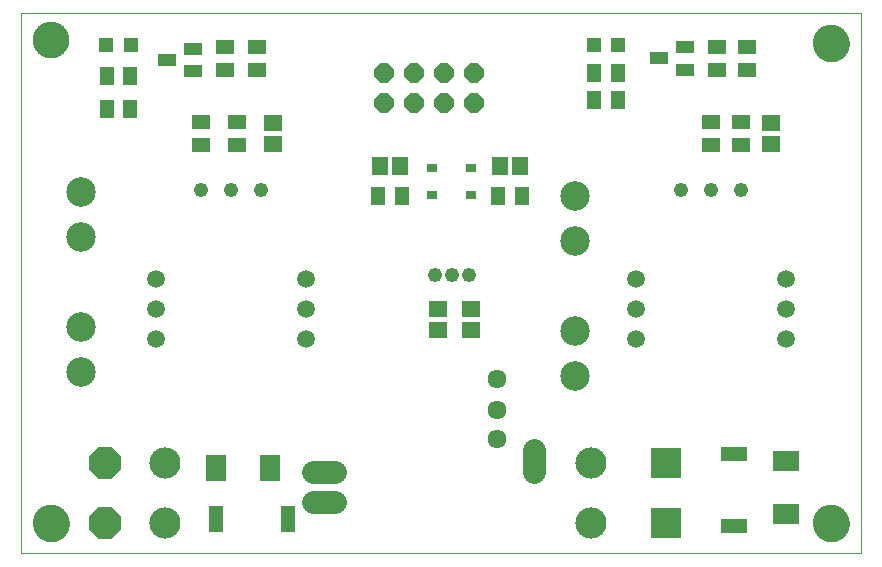
<source format=gts>
G75*
%MOIN*%
%OFA0B0*%
%FSLAX25Y25*%
%IPPOS*%
%LPD*%
%AMOC8*
5,1,8,0,0,1.08239X$1,22.5*
%
%ADD10C,0.00000*%
%ADD11C,0.12211*%
%ADD12R,0.06306X0.05518*%
%ADD13C,0.06337*%
%ADD14C,0.09849*%
%ADD15R,0.04731X0.05912*%
%ADD16R,0.05912X0.04731*%
%ADD17R,0.05124X0.05124*%
%ADD18C,0.04900*%
%ADD19R,0.08668X0.06699*%
%ADD20R,0.06699X0.08668*%
%ADD21R,0.05912X0.04337*%
%ADD22OC8,0.06337*%
%ADD23C,0.07800*%
%ADD24R,0.04600X0.09000*%
%ADD25R,0.09000X0.04600*%
%ADD26C,0.10400*%
%ADD27OC8,0.10400*%
%ADD28R,0.10400X0.10400*%
%ADD29C,0.05943*%
%ADD30C,0.04762*%
%ADD31R,0.05518X0.06306*%
%ADD32R,0.03668X0.02880*%
D10*
X0001000Y0023933D02*
X0001000Y0203933D01*
X0281000Y0203933D01*
X0281000Y0023933D01*
X0001000Y0023933D01*
X0005094Y0033933D02*
X0005096Y0034086D01*
X0005102Y0034240D01*
X0005112Y0034393D01*
X0005126Y0034545D01*
X0005144Y0034698D01*
X0005166Y0034849D01*
X0005191Y0035000D01*
X0005221Y0035151D01*
X0005255Y0035301D01*
X0005292Y0035449D01*
X0005333Y0035597D01*
X0005378Y0035743D01*
X0005427Y0035889D01*
X0005480Y0036033D01*
X0005536Y0036175D01*
X0005596Y0036316D01*
X0005660Y0036456D01*
X0005727Y0036594D01*
X0005798Y0036730D01*
X0005873Y0036864D01*
X0005950Y0036996D01*
X0006032Y0037126D01*
X0006116Y0037254D01*
X0006204Y0037380D01*
X0006295Y0037503D01*
X0006389Y0037624D01*
X0006487Y0037742D01*
X0006587Y0037858D01*
X0006691Y0037971D01*
X0006797Y0038082D01*
X0006906Y0038190D01*
X0007018Y0038295D01*
X0007132Y0038396D01*
X0007250Y0038495D01*
X0007369Y0038591D01*
X0007491Y0038684D01*
X0007616Y0038773D01*
X0007743Y0038860D01*
X0007872Y0038942D01*
X0008003Y0039022D01*
X0008136Y0039098D01*
X0008271Y0039171D01*
X0008408Y0039240D01*
X0008547Y0039305D01*
X0008687Y0039367D01*
X0008829Y0039425D01*
X0008972Y0039480D01*
X0009117Y0039531D01*
X0009263Y0039578D01*
X0009410Y0039621D01*
X0009558Y0039660D01*
X0009707Y0039696D01*
X0009857Y0039727D01*
X0010008Y0039755D01*
X0010159Y0039779D01*
X0010312Y0039799D01*
X0010464Y0039815D01*
X0010617Y0039827D01*
X0010770Y0039835D01*
X0010923Y0039839D01*
X0011077Y0039839D01*
X0011230Y0039835D01*
X0011383Y0039827D01*
X0011536Y0039815D01*
X0011688Y0039799D01*
X0011841Y0039779D01*
X0011992Y0039755D01*
X0012143Y0039727D01*
X0012293Y0039696D01*
X0012442Y0039660D01*
X0012590Y0039621D01*
X0012737Y0039578D01*
X0012883Y0039531D01*
X0013028Y0039480D01*
X0013171Y0039425D01*
X0013313Y0039367D01*
X0013453Y0039305D01*
X0013592Y0039240D01*
X0013729Y0039171D01*
X0013864Y0039098D01*
X0013997Y0039022D01*
X0014128Y0038942D01*
X0014257Y0038860D01*
X0014384Y0038773D01*
X0014509Y0038684D01*
X0014631Y0038591D01*
X0014750Y0038495D01*
X0014868Y0038396D01*
X0014982Y0038295D01*
X0015094Y0038190D01*
X0015203Y0038082D01*
X0015309Y0037971D01*
X0015413Y0037858D01*
X0015513Y0037742D01*
X0015611Y0037624D01*
X0015705Y0037503D01*
X0015796Y0037380D01*
X0015884Y0037254D01*
X0015968Y0037126D01*
X0016050Y0036996D01*
X0016127Y0036864D01*
X0016202Y0036730D01*
X0016273Y0036594D01*
X0016340Y0036456D01*
X0016404Y0036316D01*
X0016464Y0036175D01*
X0016520Y0036033D01*
X0016573Y0035889D01*
X0016622Y0035743D01*
X0016667Y0035597D01*
X0016708Y0035449D01*
X0016745Y0035301D01*
X0016779Y0035151D01*
X0016809Y0035000D01*
X0016834Y0034849D01*
X0016856Y0034698D01*
X0016874Y0034545D01*
X0016888Y0034393D01*
X0016898Y0034240D01*
X0016904Y0034086D01*
X0016906Y0033933D01*
X0016904Y0033780D01*
X0016898Y0033626D01*
X0016888Y0033473D01*
X0016874Y0033321D01*
X0016856Y0033168D01*
X0016834Y0033017D01*
X0016809Y0032866D01*
X0016779Y0032715D01*
X0016745Y0032565D01*
X0016708Y0032417D01*
X0016667Y0032269D01*
X0016622Y0032123D01*
X0016573Y0031977D01*
X0016520Y0031833D01*
X0016464Y0031691D01*
X0016404Y0031550D01*
X0016340Y0031410D01*
X0016273Y0031272D01*
X0016202Y0031136D01*
X0016127Y0031002D01*
X0016050Y0030870D01*
X0015968Y0030740D01*
X0015884Y0030612D01*
X0015796Y0030486D01*
X0015705Y0030363D01*
X0015611Y0030242D01*
X0015513Y0030124D01*
X0015413Y0030008D01*
X0015309Y0029895D01*
X0015203Y0029784D01*
X0015094Y0029676D01*
X0014982Y0029571D01*
X0014868Y0029470D01*
X0014750Y0029371D01*
X0014631Y0029275D01*
X0014509Y0029182D01*
X0014384Y0029093D01*
X0014257Y0029006D01*
X0014128Y0028924D01*
X0013997Y0028844D01*
X0013864Y0028768D01*
X0013729Y0028695D01*
X0013592Y0028626D01*
X0013453Y0028561D01*
X0013313Y0028499D01*
X0013171Y0028441D01*
X0013028Y0028386D01*
X0012883Y0028335D01*
X0012737Y0028288D01*
X0012590Y0028245D01*
X0012442Y0028206D01*
X0012293Y0028170D01*
X0012143Y0028139D01*
X0011992Y0028111D01*
X0011841Y0028087D01*
X0011688Y0028067D01*
X0011536Y0028051D01*
X0011383Y0028039D01*
X0011230Y0028031D01*
X0011077Y0028027D01*
X0010923Y0028027D01*
X0010770Y0028031D01*
X0010617Y0028039D01*
X0010464Y0028051D01*
X0010312Y0028067D01*
X0010159Y0028087D01*
X0010008Y0028111D01*
X0009857Y0028139D01*
X0009707Y0028170D01*
X0009558Y0028206D01*
X0009410Y0028245D01*
X0009263Y0028288D01*
X0009117Y0028335D01*
X0008972Y0028386D01*
X0008829Y0028441D01*
X0008687Y0028499D01*
X0008547Y0028561D01*
X0008408Y0028626D01*
X0008271Y0028695D01*
X0008136Y0028768D01*
X0008003Y0028844D01*
X0007872Y0028924D01*
X0007743Y0029006D01*
X0007616Y0029093D01*
X0007491Y0029182D01*
X0007369Y0029275D01*
X0007250Y0029371D01*
X0007132Y0029470D01*
X0007018Y0029571D01*
X0006906Y0029676D01*
X0006797Y0029784D01*
X0006691Y0029895D01*
X0006587Y0030008D01*
X0006487Y0030124D01*
X0006389Y0030242D01*
X0006295Y0030363D01*
X0006204Y0030486D01*
X0006116Y0030612D01*
X0006032Y0030740D01*
X0005950Y0030870D01*
X0005873Y0031002D01*
X0005798Y0031136D01*
X0005727Y0031272D01*
X0005660Y0031410D01*
X0005596Y0031550D01*
X0005536Y0031691D01*
X0005480Y0031833D01*
X0005427Y0031977D01*
X0005378Y0032123D01*
X0005333Y0032269D01*
X0005292Y0032417D01*
X0005255Y0032565D01*
X0005221Y0032715D01*
X0005191Y0032866D01*
X0005166Y0033017D01*
X0005144Y0033168D01*
X0005126Y0033321D01*
X0005112Y0033473D01*
X0005102Y0033626D01*
X0005096Y0033780D01*
X0005094Y0033933D01*
X0265094Y0033933D02*
X0265096Y0034086D01*
X0265102Y0034240D01*
X0265112Y0034393D01*
X0265126Y0034545D01*
X0265144Y0034698D01*
X0265166Y0034849D01*
X0265191Y0035000D01*
X0265221Y0035151D01*
X0265255Y0035301D01*
X0265292Y0035449D01*
X0265333Y0035597D01*
X0265378Y0035743D01*
X0265427Y0035889D01*
X0265480Y0036033D01*
X0265536Y0036175D01*
X0265596Y0036316D01*
X0265660Y0036456D01*
X0265727Y0036594D01*
X0265798Y0036730D01*
X0265873Y0036864D01*
X0265950Y0036996D01*
X0266032Y0037126D01*
X0266116Y0037254D01*
X0266204Y0037380D01*
X0266295Y0037503D01*
X0266389Y0037624D01*
X0266487Y0037742D01*
X0266587Y0037858D01*
X0266691Y0037971D01*
X0266797Y0038082D01*
X0266906Y0038190D01*
X0267018Y0038295D01*
X0267132Y0038396D01*
X0267250Y0038495D01*
X0267369Y0038591D01*
X0267491Y0038684D01*
X0267616Y0038773D01*
X0267743Y0038860D01*
X0267872Y0038942D01*
X0268003Y0039022D01*
X0268136Y0039098D01*
X0268271Y0039171D01*
X0268408Y0039240D01*
X0268547Y0039305D01*
X0268687Y0039367D01*
X0268829Y0039425D01*
X0268972Y0039480D01*
X0269117Y0039531D01*
X0269263Y0039578D01*
X0269410Y0039621D01*
X0269558Y0039660D01*
X0269707Y0039696D01*
X0269857Y0039727D01*
X0270008Y0039755D01*
X0270159Y0039779D01*
X0270312Y0039799D01*
X0270464Y0039815D01*
X0270617Y0039827D01*
X0270770Y0039835D01*
X0270923Y0039839D01*
X0271077Y0039839D01*
X0271230Y0039835D01*
X0271383Y0039827D01*
X0271536Y0039815D01*
X0271688Y0039799D01*
X0271841Y0039779D01*
X0271992Y0039755D01*
X0272143Y0039727D01*
X0272293Y0039696D01*
X0272442Y0039660D01*
X0272590Y0039621D01*
X0272737Y0039578D01*
X0272883Y0039531D01*
X0273028Y0039480D01*
X0273171Y0039425D01*
X0273313Y0039367D01*
X0273453Y0039305D01*
X0273592Y0039240D01*
X0273729Y0039171D01*
X0273864Y0039098D01*
X0273997Y0039022D01*
X0274128Y0038942D01*
X0274257Y0038860D01*
X0274384Y0038773D01*
X0274509Y0038684D01*
X0274631Y0038591D01*
X0274750Y0038495D01*
X0274868Y0038396D01*
X0274982Y0038295D01*
X0275094Y0038190D01*
X0275203Y0038082D01*
X0275309Y0037971D01*
X0275413Y0037858D01*
X0275513Y0037742D01*
X0275611Y0037624D01*
X0275705Y0037503D01*
X0275796Y0037380D01*
X0275884Y0037254D01*
X0275968Y0037126D01*
X0276050Y0036996D01*
X0276127Y0036864D01*
X0276202Y0036730D01*
X0276273Y0036594D01*
X0276340Y0036456D01*
X0276404Y0036316D01*
X0276464Y0036175D01*
X0276520Y0036033D01*
X0276573Y0035889D01*
X0276622Y0035743D01*
X0276667Y0035597D01*
X0276708Y0035449D01*
X0276745Y0035301D01*
X0276779Y0035151D01*
X0276809Y0035000D01*
X0276834Y0034849D01*
X0276856Y0034698D01*
X0276874Y0034545D01*
X0276888Y0034393D01*
X0276898Y0034240D01*
X0276904Y0034086D01*
X0276906Y0033933D01*
X0276904Y0033780D01*
X0276898Y0033626D01*
X0276888Y0033473D01*
X0276874Y0033321D01*
X0276856Y0033168D01*
X0276834Y0033017D01*
X0276809Y0032866D01*
X0276779Y0032715D01*
X0276745Y0032565D01*
X0276708Y0032417D01*
X0276667Y0032269D01*
X0276622Y0032123D01*
X0276573Y0031977D01*
X0276520Y0031833D01*
X0276464Y0031691D01*
X0276404Y0031550D01*
X0276340Y0031410D01*
X0276273Y0031272D01*
X0276202Y0031136D01*
X0276127Y0031002D01*
X0276050Y0030870D01*
X0275968Y0030740D01*
X0275884Y0030612D01*
X0275796Y0030486D01*
X0275705Y0030363D01*
X0275611Y0030242D01*
X0275513Y0030124D01*
X0275413Y0030008D01*
X0275309Y0029895D01*
X0275203Y0029784D01*
X0275094Y0029676D01*
X0274982Y0029571D01*
X0274868Y0029470D01*
X0274750Y0029371D01*
X0274631Y0029275D01*
X0274509Y0029182D01*
X0274384Y0029093D01*
X0274257Y0029006D01*
X0274128Y0028924D01*
X0273997Y0028844D01*
X0273864Y0028768D01*
X0273729Y0028695D01*
X0273592Y0028626D01*
X0273453Y0028561D01*
X0273313Y0028499D01*
X0273171Y0028441D01*
X0273028Y0028386D01*
X0272883Y0028335D01*
X0272737Y0028288D01*
X0272590Y0028245D01*
X0272442Y0028206D01*
X0272293Y0028170D01*
X0272143Y0028139D01*
X0271992Y0028111D01*
X0271841Y0028087D01*
X0271688Y0028067D01*
X0271536Y0028051D01*
X0271383Y0028039D01*
X0271230Y0028031D01*
X0271077Y0028027D01*
X0270923Y0028027D01*
X0270770Y0028031D01*
X0270617Y0028039D01*
X0270464Y0028051D01*
X0270312Y0028067D01*
X0270159Y0028087D01*
X0270008Y0028111D01*
X0269857Y0028139D01*
X0269707Y0028170D01*
X0269558Y0028206D01*
X0269410Y0028245D01*
X0269263Y0028288D01*
X0269117Y0028335D01*
X0268972Y0028386D01*
X0268829Y0028441D01*
X0268687Y0028499D01*
X0268547Y0028561D01*
X0268408Y0028626D01*
X0268271Y0028695D01*
X0268136Y0028768D01*
X0268003Y0028844D01*
X0267872Y0028924D01*
X0267743Y0029006D01*
X0267616Y0029093D01*
X0267491Y0029182D01*
X0267369Y0029275D01*
X0267250Y0029371D01*
X0267132Y0029470D01*
X0267018Y0029571D01*
X0266906Y0029676D01*
X0266797Y0029784D01*
X0266691Y0029895D01*
X0266587Y0030008D01*
X0266487Y0030124D01*
X0266389Y0030242D01*
X0266295Y0030363D01*
X0266204Y0030486D01*
X0266116Y0030612D01*
X0266032Y0030740D01*
X0265950Y0030870D01*
X0265873Y0031002D01*
X0265798Y0031136D01*
X0265727Y0031272D01*
X0265660Y0031410D01*
X0265596Y0031550D01*
X0265536Y0031691D01*
X0265480Y0031833D01*
X0265427Y0031977D01*
X0265378Y0032123D01*
X0265333Y0032269D01*
X0265292Y0032417D01*
X0265255Y0032565D01*
X0265221Y0032715D01*
X0265191Y0032866D01*
X0265166Y0033017D01*
X0265144Y0033168D01*
X0265126Y0033321D01*
X0265112Y0033473D01*
X0265102Y0033626D01*
X0265096Y0033780D01*
X0265094Y0033933D01*
X0265094Y0193933D02*
X0265096Y0194086D01*
X0265102Y0194240D01*
X0265112Y0194393D01*
X0265126Y0194545D01*
X0265144Y0194698D01*
X0265166Y0194849D01*
X0265191Y0195000D01*
X0265221Y0195151D01*
X0265255Y0195301D01*
X0265292Y0195449D01*
X0265333Y0195597D01*
X0265378Y0195743D01*
X0265427Y0195889D01*
X0265480Y0196033D01*
X0265536Y0196175D01*
X0265596Y0196316D01*
X0265660Y0196456D01*
X0265727Y0196594D01*
X0265798Y0196730D01*
X0265873Y0196864D01*
X0265950Y0196996D01*
X0266032Y0197126D01*
X0266116Y0197254D01*
X0266204Y0197380D01*
X0266295Y0197503D01*
X0266389Y0197624D01*
X0266487Y0197742D01*
X0266587Y0197858D01*
X0266691Y0197971D01*
X0266797Y0198082D01*
X0266906Y0198190D01*
X0267018Y0198295D01*
X0267132Y0198396D01*
X0267250Y0198495D01*
X0267369Y0198591D01*
X0267491Y0198684D01*
X0267616Y0198773D01*
X0267743Y0198860D01*
X0267872Y0198942D01*
X0268003Y0199022D01*
X0268136Y0199098D01*
X0268271Y0199171D01*
X0268408Y0199240D01*
X0268547Y0199305D01*
X0268687Y0199367D01*
X0268829Y0199425D01*
X0268972Y0199480D01*
X0269117Y0199531D01*
X0269263Y0199578D01*
X0269410Y0199621D01*
X0269558Y0199660D01*
X0269707Y0199696D01*
X0269857Y0199727D01*
X0270008Y0199755D01*
X0270159Y0199779D01*
X0270312Y0199799D01*
X0270464Y0199815D01*
X0270617Y0199827D01*
X0270770Y0199835D01*
X0270923Y0199839D01*
X0271077Y0199839D01*
X0271230Y0199835D01*
X0271383Y0199827D01*
X0271536Y0199815D01*
X0271688Y0199799D01*
X0271841Y0199779D01*
X0271992Y0199755D01*
X0272143Y0199727D01*
X0272293Y0199696D01*
X0272442Y0199660D01*
X0272590Y0199621D01*
X0272737Y0199578D01*
X0272883Y0199531D01*
X0273028Y0199480D01*
X0273171Y0199425D01*
X0273313Y0199367D01*
X0273453Y0199305D01*
X0273592Y0199240D01*
X0273729Y0199171D01*
X0273864Y0199098D01*
X0273997Y0199022D01*
X0274128Y0198942D01*
X0274257Y0198860D01*
X0274384Y0198773D01*
X0274509Y0198684D01*
X0274631Y0198591D01*
X0274750Y0198495D01*
X0274868Y0198396D01*
X0274982Y0198295D01*
X0275094Y0198190D01*
X0275203Y0198082D01*
X0275309Y0197971D01*
X0275413Y0197858D01*
X0275513Y0197742D01*
X0275611Y0197624D01*
X0275705Y0197503D01*
X0275796Y0197380D01*
X0275884Y0197254D01*
X0275968Y0197126D01*
X0276050Y0196996D01*
X0276127Y0196864D01*
X0276202Y0196730D01*
X0276273Y0196594D01*
X0276340Y0196456D01*
X0276404Y0196316D01*
X0276464Y0196175D01*
X0276520Y0196033D01*
X0276573Y0195889D01*
X0276622Y0195743D01*
X0276667Y0195597D01*
X0276708Y0195449D01*
X0276745Y0195301D01*
X0276779Y0195151D01*
X0276809Y0195000D01*
X0276834Y0194849D01*
X0276856Y0194698D01*
X0276874Y0194545D01*
X0276888Y0194393D01*
X0276898Y0194240D01*
X0276904Y0194086D01*
X0276906Y0193933D01*
X0276904Y0193780D01*
X0276898Y0193626D01*
X0276888Y0193473D01*
X0276874Y0193321D01*
X0276856Y0193168D01*
X0276834Y0193017D01*
X0276809Y0192866D01*
X0276779Y0192715D01*
X0276745Y0192565D01*
X0276708Y0192417D01*
X0276667Y0192269D01*
X0276622Y0192123D01*
X0276573Y0191977D01*
X0276520Y0191833D01*
X0276464Y0191691D01*
X0276404Y0191550D01*
X0276340Y0191410D01*
X0276273Y0191272D01*
X0276202Y0191136D01*
X0276127Y0191002D01*
X0276050Y0190870D01*
X0275968Y0190740D01*
X0275884Y0190612D01*
X0275796Y0190486D01*
X0275705Y0190363D01*
X0275611Y0190242D01*
X0275513Y0190124D01*
X0275413Y0190008D01*
X0275309Y0189895D01*
X0275203Y0189784D01*
X0275094Y0189676D01*
X0274982Y0189571D01*
X0274868Y0189470D01*
X0274750Y0189371D01*
X0274631Y0189275D01*
X0274509Y0189182D01*
X0274384Y0189093D01*
X0274257Y0189006D01*
X0274128Y0188924D01*
X0273997Y0188844D01*
X0273864Y0188768D01*
X0273729Y0188695D01*
X0273592Y0188626D01*
X0273453Y0188561D01*
X0273313Y0188499D01*
X0273171Y0188441D01*
X0273028Y0188386D01*
X0272883Y0188335D01*
X0272737Y0188288D01*
X0272590Y0188245D01*
X0272442Y0188206D01*
X0272293Y0188170D01*
X0272143Y0188139D01*
X0271992Y0188111D01*
X0271841Y0188087D01*
X0271688Y0188067D01*
X0271536Y0188051D01*
X0271383Y0188039D01*
X0271230Y0188031D01*
X0271077Y0188027D01*
X0270923Y0188027D01*
X0270770Y0188031D01*
X0270617Y0188039D01*
X0270464Y0188051D01*
X0270312Y0188067D01*
X0270159Y0188087D01*
X0270008Y0188111D01*
X0269857Y0188139D01*
X0269707Y0188170D01*
X0269558Y0188206D01*
X0269410Y0188245D01*
X0269263Y0188288D01*
X0269117Y0188335D01*
X0268972Y0188386D01*
X0268829Y0188441D01*
X0268687Y0188499D01*
X0268547Y0188561D01*
X0268408Y0188626D01*
X0268271Y0188695D01*
X0268136Y0188768D01*
X0268003Y0188844D01*
X0267872Y0188924D01*
X0267743Y0189006D01*
X0267616Y0189093D01*
X0267491Y0189182D01*
X0267369Y0189275D01*
X0267250Y0189371D01*
X0267132Y0189470D01*
X0267018Y0189571D01*
X0266906Y0189676D01*
X0266797Y0189784D01*
X0266691Y0189895D01*
X0266587Y0190008D01*
X0266487Y0190124D01*
X0266389Y0190242D01*
X0266295Y0190363D01*
X0266204Y0190486D01*
X0266116Y0190612D01*
X0266032Y0190740D01*
X0265950Y0190870D01*
X0265873Y0191002D01*
X0265798Y0191136D01*
X0265727Y0191272D01*
X0265660Y0191410D01*
X0265596Y0191550D01*
X0265536Y0191691D01*
X0265480Y0191833D01*
X0265427Y0191977D01*
X0265378Y0192123D01*
X0265333Y0192269D01*
X0265292Y0192417D01*
X0265255Y0192565D01*
X0265221Y0192715D01*
X0265191Y0192866D01*
X0265166Y0193017D01*
X0265144Y0193168D01*
X0265126Y0193321D01*
X0265112Y0193473D01*
X0265102Y0193626D01*
X0265096Y0193780D01*
X0265094Y0193933D01*
X0004937Y0195193D02*
X0004939Y0195346D01*
X0004945Y0195500D01*
X0004955Y0195653D01*
X0004969Y0195805D01*
X0004987Y0195958D01*
X0005009Y0196109D01*
X0005034Y0196260D01*
X0005064Y0196411D01*
X0005098Y0196561D01*
X0005135Y0196709D01*
X0005176Y0196857D01*
X0005221Y0197003D01*
X0005270Y0197149D01*
X0005323Y0197293D01*
X0005379Y0197435D01*
X0005439Y0197576D01*
X0005503Y0197716D01*
X0005570Y0197854D01*
X0005641Y0197990D01*
X0005716Y0198124D01*
X0005793Y0198256D01*
X0005875Y0198386D01*
X0005959Y0198514D01*
X0006047Y0198640D01*
X0006138Y0198763D01*
X0006232Y0198884D01*
X0006330Y0199002D01*
X0006430Y0199118D01*
X0006534Y0199231D01*
X0006640Y0199342D01*
X0006749Y0199450D01*
X0006861Y0199555D01*
X0006975Y0199656D01*
X0007093Y0199755D01*
X0007212Y0199851D01*
X0007334Y0199944D01*
X0007459Y0200033D01*
X0007586Y0200120D01*
X0007715Y0200202D01*
X0007846Y0200282D01*
X0007979Y0200358D01*
X0008114Y0200431D01*
X0008251Y0200500D01*
X0008390Y0200565D01*
X0008530Y0200627D01*
X0008672Y0200685D01*
X0008815Y0200740D01*
X0008960Y0200791D01*
X0009106Y0200838D01*
X0009253Y0200881D01*
X0009401Y0200920D01*
X0009550Y0200956D01*
X0009700Y0200987D01*
X0009851Y0201015D01*
X0010002Y0201039D01*
X0010155Y0201059D01*
X0010307Y0201075D01*
X0010460Y0201087D01*
X0010613Y0201095D01*
X0010766Y0201099D01*
X0010920Y0201099D01*
X0011073Y0201095D01*
X0011226Y0201087D01*
X0011379Y0201075D01*
X0011531Y0201059D01*
X0011684Y0201039D01*
X0011835Y0201015D01*
X0011986Y0200987D01*
X0012136Y0200956D01*
X0012285Y0200920D01*
X0012433Y0200881D01*
X0012580Y0200838D01*
X0012726Y0200791D01*
X0012871Y0200740D01*
X0013014Y0200685D01*
X0013156Y0200627D01*
X0013296Y0200565D01*
X0013435Y0200500D01*
X0013572Y0200431D01*
X0013707Y0200358D01*
X0013840Y0200282D01*
X0013971Y0200202D01*
X0014100Y0200120D01*
X0014227Y0200033D01*
X0014352Y0199944D01*
X0014474Y0199851D01*
X0014593Y0199755D01*
X0014711Y0199656D01*
X0014825Y0199555D01*
X0014937Y0199450D01*
X0015046Y0199342D01*
X0015152Y0199231D01*
X0015256Y0199118D01*
X0015356Y0199002D01*
X0015454Y0198884D01*
X0015548Y0198763D01*
X0015639Y0198640D01*
X0015727Y0198514D01*
X0015811Y0198386D01*
X0015893Y0198256D01*
X0015970Y0198124D01*
X0016045Y0197990D01*
X0016116Y0197854D01*
X0016183Y0197716D01*
X0016247Y0197576D01*
X0016307Y0197435D01*
X0016363Y0197293D01*
X0016416Y0197149D01*
X0016465Y0197003D01*
X0016510Y0196857D01*
X0016551Y0196709D01*
X0016588Y0196561D01*
X0016622Y0196411D01*
X0016652Y0196260D01*
X0016677Y0196109D01*
X0016699Y0195958D01*
X0016717Y0195805D01*
X0016731Y0195653D01*
X0016741Y0195500D01*
X0016747Y0195346D01*
X0016749Y0195193D01*
X0016747Y0195040D01*
X0016741Y0194886D01*
X0016731Y0194733D01*
X0016717Y0194581D01*
X0016699Y0194428D01*
X0016677Y0194277D01*
X0016652Y0194126D01*
X0016622Y0193975D01*
X0016588Y0193825D01*
X0016551Y0193677D01*
X0016510Y0193529D01*
X0016465Y0193383D01*
X0016416Y0193237D01*
X0016363Y0193093D01*
X0016307Y0192951D01*
X0016247Y0192810D01*
X0016183Y0192670D01*
X0016116Y0192532D01*
X0016045Y0192396D01*
X0015970Y0192262D01*
X0015893Y0192130D01*
X0015811Y0192000D01*
X0015727Y0191872D01*
X0015639Y0191746D01*
X0015548Y0191623D01*
X0015454Y0191502D01*
X0015356Y0191384D01*
X0015256Y0191268D01*
X0015152Y0191155D01*
X0015046Y0191044D01*
X0014937Y0190936D01*
X0014825Y0190831D01*
X0014711Y0190730D01*
X0014593Y0190631D01*
X0014474Y0190535D01*
X0014352Y0190442D01*
X0014227Y0190353D01*
X0014100Y0190266D01*
X0013971Y0190184D01*
X0013840Y0190104D01*
X0013707Y0190028D01*
X0013572Y0189955D01*
X0013435Y0189886D01*
X0013296Y0189821D01*
X0013156Y0189759D01*
X0013014Y0189701D01*
X0012871Y0189646D01*
X0012726Y0189595D01*
X0012580Y0189548D01*
X0012433Y0189505D01*
X0012285Y0189466D01*
X0012136Y0189430D01*
X0011986Y0189399D01*
X0011835Y0189371D01*
X0011684Y0189347D01*
X0011531Y0189327D01*
X0011379Y0189311D01*
X0011226Y0189299D01*
X0011073Y0189291D01*
X0010920Y0189287D01*
X0010766Y0189287D01*
X0010613Y0189291D01*
X0010460Y0189299D01*
X0010307Y0189311D01*
X0010155Y0189327D01*
X0010002Y0189347D01*
X0009851Y0189371D01*
X0009700Y0189399D01*
X0009550Y0189430D01*
X0009401Y0189466D01*
X0009253Y0189505D01*
X0009106Y0189548D01*
X0008960Y0189595D01*
X0008815Y0189646D01*
X0008672Y0189701D01*
X0008530Y0189759D01*
X0008390Y0189821D01*
X0008251Y0189886D01*
X0008114Y0189955D01*
X0007979Y0190028D01*
X0007846Y0190104D01*
X0007715Y0190184D01*
X0007586Y0190266D01*
X0007459Y0190353D01*
X0007334Y0190442D01*
X0007212Y0190535D01*
X0007093Y0190631D01*
X0006975Y0190730D01*
X0006861Y0190831D01*
X0006749Y0190936D01*
X0006640Y0191044D01*
X0006534Y0191155D01*
X0006430Y0191268D01*
X0006330Y0191384D01*
X0006232Y0191502D01*
X0006138Y0191623D01*
X0006047Y0191746D01*
X0005959Y0191872D01*
X0005875Y0192000D01*
X0005793Y0192130D01*
X0005716Y0192262D01*
X0005641Y0192396D01*
X0005570Y0192532D01*
X0005503Y0192670D01*
X0005439Y0192810D01*
X0005379Y0192951D01*
X0005323Y0193093D01*
X0005270Y0193237D01*
X0005221Y0193383D01*
X0005176Y0193529D01*
X0005135Y0193677D01*
X0005098Y0193825D01*
X0005064Y0193975D01*
X0005034Y0194126D01*
X0005009Y0194277D01*
X0004987Y0194428D01*
X0004969Y0194581D01*
X0004955Y0194733D01*
X0004945Y0194886D01*
X0004939Y0195040D01*
X0004937Y0195193D01*
D11*
X0010843Y0195193D03*
X0271000Y0193933D03*
X0271000Y0033933D03*
X0011000Y0033933D03*
D12*
X0140000Y0098587D03*
X0151000Y0098587D03*
X0151000Y0105280D03*
X0140000Y0105280D03*
X0085000Y0160587D03*
X0085000Y0167280D03*
X0251000Y0167280D03*
X0251000Y0160587D03*
D13*
X0159823Y0082012D03*
X0159823Y0071776D03*
X0159823Y0061933D03*
D14*
X0185500Y0082933D03*
X0185500Y0097933D03*
X0185500Y0127933D03*
X0185500Y0142933D03*
X0021000Y0144433D03*
X0021000Y0129433D03*
X0021000Y0099433D03*
X0021000Y0084433D03*
D15*
X0120063Y0142933D03*
X0127937Y0142933D03*
X0160063Y0142933D03*
X0167937Y0142933D03*
X0192063Y0174933D03*
X0199937Y0174933D03*
X0199937Y0183933D03*
X0192063Y0183933D03*
X0037437Y0182933D03*
X0029563Y0182933D03*
X0029563Y0171933D03*
X0037437Y0171933D03*
D16*
X0061000Y0167870D03*
X0073000Y0167870D03*
X0073000Y0159996D03*
X0061000Y0159996D03*
X0069000Y0184996D03*
X0079500Y0184996D03*
X0079500Y0192870D03*
X0069000Y0192870D03*
X0231000Y0167870D03*
X0241000Y0167870D03*
X0241000Y0159996D03*
X0231000Y0159996D03*
X0233000Y0184996D03*
X0243000Y0184996D03*
X0243000Y0192870D03*
X0233000Y0192870D03*
D17*
X0200134Y0193433D03*
X0191866Y0193433D03*
X0037634Y0193433D03*
X0029366Y0193433D03*
D18*
X0139000Y0116633D03*
X0144700Y0116733D03*
X0150300Y0116733D03*
D19*
X0256000Y0054791D03*
X0256000Y0037075D03*
D20*
X0083858Y0052433D03*
X0066142Y0052433D03*
D21*
X0058331Y0184693D03*
X0049669Y0188433D03*
X0058331Y0192173D03*
X0213669Y0188933D03*
X0222331Y0185193D03*
X0222331Y0192673D03*
D22*
X0152000Y0183933D03*
X0142000Y0183933D03*
X0132000Y0183933D03*
X0122000Y0183933D03*
X0122000Y0173933D03*
X0132000Y0173933D03*
X0142000Y0173933D03*
X0152000Y0173933D03*
D23*
X0172000Y0058333D02*
X0172000Y0050933D01*
X0105700Y0050933D02*
X0098300Y0050933D01*
X0098300Y0040933D02*
X0105700Y0040933D01*
D24*
X0090000Y0035421D03*
X0066000Y0035421D03*
D25*
X0238512Y0032933D03*
X0238512Y0056933D03*
D26*
X0191000Y0053933D03*
X0191000Y0033933D03*
X0049000Y0033933D03*
X0049000Y0053933D03*
D27*
X0029000Y0053933D03*
X0029000Y0033933D03*
D28*
X0216000Y0033933D03*
X0216000Y0053933D03*
D29*
X0206000Y0095311D03*
X0206000Y0105311D03*
X0206000Y0115311D03*
X0256000Y0115311D03*
X0256000Y0105311D03*
X0256000Y0095311D03*
X0096000Y0095311D03*
X0096000Y0105311D03*
X0096000Y0115311D03*
X0046000Y0115311D03*
X0046000Y0105311D03*
X0046000Y0095311D03*
D30*
X0061000Y0145232D03*
X0071000Y0145232D03*
X0081000Y0145232D03*
X0221000Y0145232D03*
X0231000Y0145232D03*
X0241000Y0145232D03*
D31*
X0167346Y0152933D03*
X0160654Y0152933D03*
X0127346Y0152933D03*
X0120654Y0152933D03*
D32*
X0138000Y0152461D03*
X0151000Y0152461D03*
X0151000Y0143406D03*
X0138000Y0143406D03*
M02*

</source>
